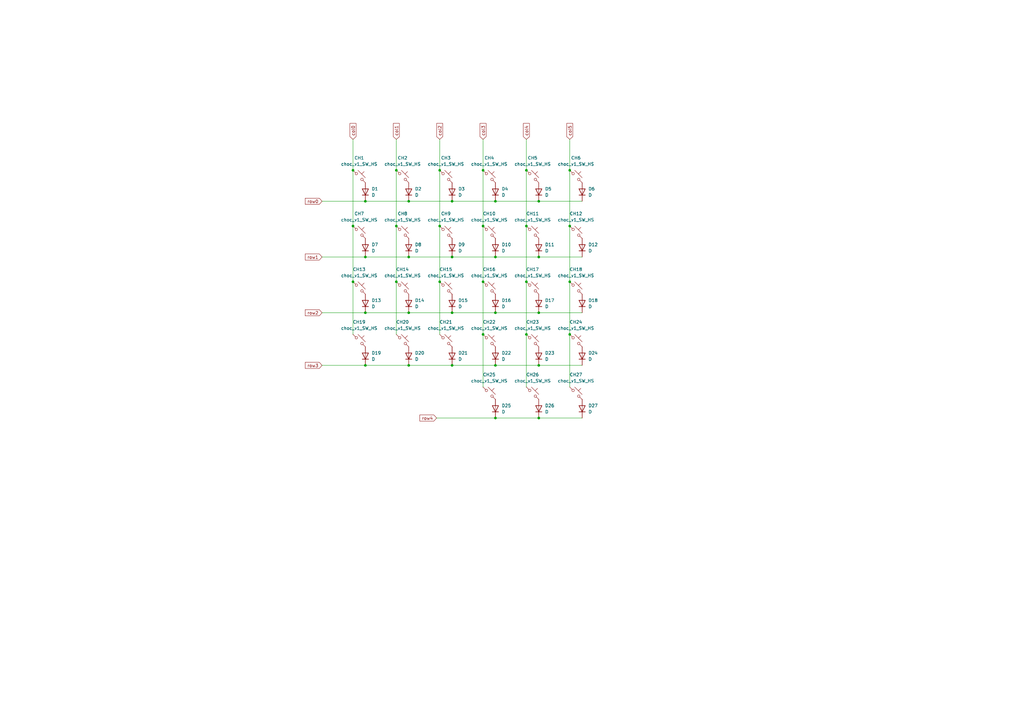
<source format=kicad_sch>
(kicad_sch (version 20250114) (generator "eeschema") (generator_version "9.0")
  (paper "A3")
  (lib_symbols
    (symbol "Device:D" (pin_numbers (hide yes)) (pin_names (offset 1.016) (hide yes))
      (property "Reference" "D" (at 0 2.54 0))
      (property "Value" "D" (at 0 -2.54 0))
      (symbol "D_0_1"
        (polyline (pts (xy -1.27 1.27) (xy -1.27 -1.27)) (stroke (width 0.254)))
        (polyline (pts (xy 1.27 1.27) (xy 1.27 -1.27) (xy -1.27 0) (xy 1.27 1.27)) (stroke (width 0.254)))
        (polyline (pts (xy 1.27 0) (xy -1.27 0)))
      )
      (symbol "D_1_1"
        (pin passive line (at -3.81 0 0) (length 2.54) (name "K") (number "1"))
        (pin passive line (at 3.81 0 180) (length 2.54) (name "A") (number "2"))
      )
    )
    (symbol "PCM_marbastlib-choc:choc_v1_SW_HS_CPG135001S30" (pin_numbers (hide yes)) (pin_names (offset 1.016) (hide yes))
      (property "Reference" "CH" (at 3.048 1.016 0))
      (property "Value" "choc_v1_SW_HS" (at 0 -3.81 0))
      (symbol "choc_v1_SW_HS_CPG135001S30_0_1"
        (polyline (pts (xy -2.54 2.54) (xy -1.524 1.524) (xy -1.524 1.524)))
        (circle (center -1.1684 1.1684) (radius 0.508))
        (polyline (pts (xy -0.508 2.54) (xy 2.54 -0.508)))
        (polyline (pts (xy 1.016 1.016) (xy 2.032 2.032)))
        (circle (center 1.143 -1.1938) (radius 0.508))
        (polyline (pts (xy 1.524 -1.524) (xy 2.54 -2.54) (xy 2.54 -2.54) (xy 2.54 -2.54)))
        (pin passive line (at -2.54 2.54 0) (length 0) (name "1") (number "1"))
        (pin passive line (at 2.54 -2.54 180) (length 0) (name "2") (number "2"))
      )
    )
  )
  (junction (at 162.56 92.71))
  (junction (at 167.64 128.27))
  (junction (at 167.64 82.55))
  (junction (at 203.2 149.86))
  (junction (at 220.98 105.41))
  (junction (at 198.12 69.85))
  (junction (at 162.56 69.85))
  (junction (at 144.78 115.57))
  (junction (at 220.98 82.55))
  (junction (at 233.68 69.85))
  (junction (at 144.78 69.85))
  (junction (at 198.12 137.16))
  (junction (at 144.78 92.71))
  (junction (at 180.34 69.85))
  (junction (at 149.86 128.27))
  (junction (at 203.2 171.45))
  (junction (at 220.98 171.45))
  (junction (at 215.9 115.57))
  (junction (at 149.86 82.55))
  (junction (at 203.2 82.55))
  (junction (at 233.68 92.71))
  (junction (at 167.64 149.86))
  (junction (at 180.34 92.71))
  (junction (at 203.2 105.41))
  (junction (at 198.12 92.71))
  (junction (at 220.98 149.86))
  (junction (at 233.68 137.16))
  (junction (at 167.64 105.41))
  (junction (at 220.98 128.27))
  (junction (at 185.42 149.86))
  (junction (at 215.9 92.71))
  (junction (at 215.9 137.16))
  (junction (at 162.56 115.57))
  (junction (at 185.42 105.41))
  (junction (at 215.9 69.85))
  (junction (at 185.42 82.55))
  (junction (at 203.2 128.27))
  (junction (at 149.86 105.41))
  (junction (at 198.12 115.57))
  (junction (at 185.42 128.27))
  (junction (at 180.34 115.57))
  (junction (at 149.86 149.86))
  (junction (at 233.68 115.57))
  (wire (pts (xy 198.12 92.71) (xy 198.12 115.57)))
  (wire (pts (xy 215.9 137.16) (xy 215.9 158.75)))
  (wire (pts (xy 167.64 149.86) (xy 185.42 149.86)))
  (wire (pts (xy 215.9 115.57) (xy 215.9 137.16)))
  (wire (pts (xy 149.86 105.41) (xy 167.64 105.41)))
  (wire (pts (xy 149.86 149.86) (xy 167.64 149.86)))
  (wire (pts (xy 132.08 105.41) (xy 149.86 105.41)))
  (wire (pts (xy 180.34 69.85) (xy 180.34 92.71)))
  (wire (pts (xy 132.08 128.27) (xy 149.86 128.27)))
  (wire (pts (xy 180.34 92.71) (xy 180.34 115.57)))
  (wire (pts (xy 215.9 92.71) (xy 215.9 115.57)))
  (wire (pts (xy 162.56 92.71) (xy 162.56 115.57)))
  (wire (pts (xy 185.42 82.55) (xy 203.2 82.55)))
  (wire (pts (xy 233.68 92.71) (xy 233.68 115.57)))
  (wire (pts (xy 132.08 82.55) (xy 149.86 82.55)))
  (wire (pts (xy 162.56 115.57) (xy 162.56 137.16)))
  (wire (pts (xy 220.98 149.86) (xy 238.76 149.86)))
  (wire (pts (xy 233.68 115.57) (xy 233.68 137.16)))
  (wire (pts (xy 144.78 92.71) (xy 144.78 115.57)))
  (wire (pts (xy 220.98 171.45) (xy 238.76 171.45)))
  (wire (pts (xy 167.64 82.55) (xy 185.42 82.55)))
  (wire (pts (xy 185.42 105.41) (xy 203.2 105.41)))
  (wire (pts (xy 179.07 171.45) (xy 203.2 171.45)))
  (wire (pts (xy 203.2 82.55) (xy 220.98 82.55)))
  (wire (pts (xy 162.56 69.85) (xy 162.56 92.71)))
  (wire (pts (xy 220.98 105.41) (xy 238.76 105.41)))
  (wire (pts (xy 215.9 57.15) (xy 215.9 69.85)))
  (wire (pts (xy 144.78 57.15) (xy 144.78 69.85)))
  (wire (pts (xy 167.64 105.41) (xy 185.42 105.41)))
  (wire (pts (xy 203.2 171.45) (xy 220.98 171.45)))
  (wire (pts (xy 144.78 69.85) (xy 144.78 92.71)))
  (wire (pts (xy 233.68 69.85) (xy 233.68 92.71)))
  (wire (pts (xy 233.68 137.16) (xy 233.68 158.75)))
  (wire (pts (xy 203.2 149.86) (xy 220.98 149.86)))
  (wire (pts (xy 220.98 82.55) (xy 238.76 82.55)))
  (wire (pts (xy 233.68 57.15) (xy 233.68 69.85)))
  (wire (pts (xy 203.2 105.41) (xy 220.98 105.41)))
  (wire (pts (xy 180.34 115.57) (xy 180.34 137.16)))
  (wire (pts (xy 198.12 137.16) (xy 198.12 158.75)))
  (wire (pts (xy 185.42 149.86) (xy 203.2 149.86)))
  (wire (pts (xy 198.12 57.15) (xy 198.12 69.85)))
  (wire (pts (xy 203.2 128.27) (xy 220.98 128.27)))
  (wire (pts (xy 149.86 128.27) (xy 167.64 128.27)))
  (wire (pts (xy 220.98 128.27) (xy 238.76 128.27)))
  (wire (pts (xy 149.86 82.55) (xy 167.64 82.55)))
  (wire (pts (xy 144.78 115.57) (xy 144.78 137.16)))
  (wire (pts (xy 198.12 69.85) (xy 198.12 92.71)))
  (wire (pts (xy 215.9 69.85) (xy 215.9 92.71)))
  (wire (pts (xy 180.34 57.15) (xy 180.34 69.85)))
  (wire (pts (xy 132.08 149.86) (xy 149.86 149.86)))
  (wire (pts (xy 162.56 57.15) (xy 162.56 69.85)))
  (wire (pts (xy 198.12 115.57) (xy 198.12 137.16)))
  (wire (pts (xy 185.42 128.27) (xy 203.2 128.27)))
  (wire (pts (xy 167.64 128.27) (xy 185.42 128.27)))
  (global_label "col2" (shape input) (at 180.34 57.15 90) (property "Intersheetrefs" "${INTERSHEET_REFS}" (effects (hide yes))))
  (global_label "col1" (shape input) (at 162.56 57.15 90) (property "Intersheetrefs" "${INTERSHEET_REFS}" (effects (hide yes))))
  (global_label "row0" (shape input) (at 132.08 82.55 180) (property "Intersheetrefs" "${INTERSHEET_REFS}" (effects (hide yes))))
  (global_label "row3" (shape input) (at 132.08 149.86 180) (property "Intersheetrefs" "${INTERSHEET_REFS}" (effects (hide yes))))
  (global_label "col4" (shape input) (at 215.9 57.15 90) (property "Intersheetrefs" "${INTERSHEET_REFS}" (effects (hide yes))))
  (global_label "col3" (shape input) (at 198.12 57.15 90) (property "Intersheetrefs" "${INTERSHEET_REFS}" (effects (hide yes))))
  (global_label "row2" (shape input) (at 132.08 128.27 180) (property "Intersheetrefs" "${INTERSHEET_REFS}" (effects (hide yes))))
  (global_label "col0" (shape input) (at 144.78 57.15 90) (property "Intersheetrefs" "${INTERSHEET_REFS}" (effects (hide yes))))
  (global_label "row4" (shape input) (at 179.07 171.45 180) (property "Intersheetrefs" "${INTERSHEET_REFS}" (effects (hide yes))))
  (global_label "row1" (shape input) (at 132.08 105.41 180) (property "Intersheetrefs" "${INTERSHEET_REFS}" (effects (hide yes))))
  (global_label "col5" (shape input) (at 233.68 57.15 90) (property "Intersheetrefs" "${INTERSHEET_REFS}" (effects (hide yes))))
  (symbol (lib_id "Device:D") (at 167.64 124.46 90) (unit 1)
    (property "Reference" "D14" (at 170.18 123.1899 90) (effects (justify right)))
    (property "Value" "D" (at 170.18 125.7299 90) (effects (justify right)))
    (property "Footprint" "Diode_SMD:D_SOD-123" (effects (hide yes)))
    (property "Description" "Diode" (effects (hide yes)))
    (property "Sim.Device" "D" (effects (hide yes)))
    (property "Sim.Pins" "1=K 2=A" (effects (hide yes)))
  )
  (symbol (lib_id "Device:D") (at 238.76 146.05 90) (unit 1)
    (property "Reference" "D24" (at 241.3 144.7799 90) (effects (justify right)))
    (property "Value" "D" (at 241.3 147.3199 90) (effects (justify right)))
    (property "Footprint" "Diode_SMD:D_SOD-123" (effects (hide yes)))
    (property "Description" "Diode" (effects (hide yes)))
    (property "Sim.Device" "D" (effects (hide yes)))
    (property "Sim.Pins" "1=K 2=A" (effects (hide yes)))
  )
  (symbol (lib_id "Device:D") (at 203.2 146.05 90) (unit 1)
    (property "Reference" "D22" (at 205.74 144.7799 90) (effects (justify right)))
    (property "Value" "D" (at 205.74 147.3199 90) (effects (justify right)))
    (property "Footprint" "Diode_SMD:D_SOD-123" (effects (hide yes)))
    (property "Description" "Diode" (effects (hide yes)))
    (property "Sim.Device" "D" (effects (hide yes)))
    (property "Sim.Pins" "1=K 2=A" (effects (hide yes)))
  )
  (symbol (lib_id "PCM_marbastlib-choc:choc_v1_SW_HS_CPG135001S30") (at 236.22 95.25 0) (unit 1)
    (property "Reference" "CH12" (at 236.22 87.63 0))
    (property "Value" "choc_v1_SW_HS" (at 236.22 90.17 0))
    (property "Footprint" "PCM_marbastlib-choc:SW_choc_v1_HS_CPG135001S30_1u" (effects (hide yes)))
    (property "Description" "Push button switch, normally open, two pins, 45° tilted" (effects (hide yes)))
  )
  (symbol (lib_id "Device:D") (at 203.2 124.46 90) (unit 1)
    (property "Reference" "D16" (at 205.74 123.1899 90) (effects (justify right)))
    (property "Value" "D" (at 205.74 125.7299 90) (effects (justify right)))
    (property "Footprint" "Diode_SMD:D_SOD-123" (effects (hide yes)))
    (property "Description" "Diode" (effects (hide yes)))
    (property "Sim.Device" "D" (effects (hide yes)))
    (property "Sim.Pins" "1=K 2=A" (effects (hide yes)))
  )
  (symbol (lib_id "Device:D") (at 167.64 101.6 90) (unit 1)
    (property "Reference" "D8" (at 170.18 100.3299 90) (effects (justify right)))
    (property "Value" "D" (at 170.18 102.8699 90) (effects (justify right)))
    (property "Footprint" "Diode_SMD:D_SOD-123" (effects (hide yes)))
    (property "Description" "Diode" (effects (hide yes)))
    (property "Sim.Device" "D" (effects (hide yes)))
    (property "Sim.Pins" "1=K 2=A" (effects (hide yes)))
  )
  (symbol (lib_id "PCM_marbastlib-choc:choc_v1_SW_HS_CPG135001S30") (at 182.88 118.11 0) (unit 1)
    (property "Reference" "CH15" (at 182.88 110.49 0))
    (property "Value" "choc_v1_SW_HS" (at 182.88 113.03 0))
    (property "Footprint" "PCM_marbastlib-choc:SW_choc_v1_HS_CPG135001S30_1u" (effects (hide yes)))
    (property "Description" "Push button switch, normally open, two pins, 45° tilted" (effects (hide yes)))
  )
  (symbol (lib_id "PCM_marbastlib-choc:choc_v1_SW_HS_CPG135001S30") (at 165.1 95.25 0) (unit 1)
    (property "Reference" "CH8" (at 165.1 87.63 0))
    (property "Value" "choc_v1_SW_HS" (at 165.1 90.17 0))
    (property "Footprint" "PCM_marbastlib-choc:SW_choc_v1_HS_CPG135001S30_1.5u" (effects (hide yes)))
    (property "Description" "Push button switch, normally open, two pins, 45° tilted" (effects (hide yes)))
  )
  (symbol (lib_id "Device:D") (at 238.76 101.6 90) (unit 1)
    (property "Reference" "D12" (at 241.3 100.3299 90) (effects (justify right)))
    (property "Value" "D" (at 241.3 102.8699 90) (effects (justify right)))
    (property "Footprint" "Diode_SMD:D_SOD-123" (effects (hide yes)))
    (property "Description" "Diode" (effects (hide yes)))
    (property "Sim.Device" "D" (effects (hide yes)))
    (property "Sim.Pins" "1=K 2=A" (effects (hide yes)))
  )
  (symbol (lib_id "Device:D") (at 238.76 167.64 90) (unit 1)
    (property "Reference" "D27" (at 241.3 166.3699 90) (effects (justify right)))
    (property "Value" "D" (at 241.3 168.9099 90) (effects (justify right)))
    (property "Footprint" "Diode_SMD:D_SOD-123" (effects (hide yes)))
    (property "Description" "Diode" (effects (hide yes)))
    (property "Sim.Device" "D" (effects (hide yes)))
    (property "Sim.Pins" "1=K 2=A" (effects (hide yes)))
  )
  (symbol (lib_id "PCM_marbastlib-choc:choc_v1_SW_HS_CPG135001S30") (at 236.22 139.7 0) (unit 1)
    (property "Reference" "CH24" (at 236.22 132.08 0))
    (property "Value" "choc_v1_SW_HS" (at 236.22 134.62 0))
    (property "Footprint" "PCM_marbastlib-choc:SW_choc_v1_HS_CPG135001S30_1u" (effects (hide yes)))
    (property "Description" "Push button switch, normally open, two pins, 45° tilted" (effects (hide yes)))
  )
  (symbol (lib_id "PCM_marbastlib-choc:choc_v1_SW_HS_CPG135001S30") (at 200.66 72.39 0) (unit 1)
    (property "Reference" "CH4" (at 200.66 64.77 0))
    (property "Value" "choc_v1_SW_HS" (at 200.66 67.31 0))
    (property "Footprint" "PCM_marbastlib-choc:SW_choc_v1_HS_CPG135001S30_1u" (effects (hide yes)))
    (property "Description" "Push button switch, normally open, two pins, 45° tilted" (effects (hide yes)))
  )
  (symbol (lib_id "Device:D") (at 149.86 124.46 90) (unit 1)
    (property "Reference" "D13" (at 152.4 123.1899 90) (effects (justify right)))
    (property "Value" "D" (at 152.4 125.7299 90) (effects (justify right)))
    (property "Footprint" "Diode_SMD:D_SOD-123" (effects (hide yes)))
    (property "Description" "Diode" (effects (hide yes)))
    (property "Sim.Device" "D" (effects (hide yes)))
    (property "Sim.Pins" "1=K 2=A" (effects (hide yes)))
  )
  (symbol (lib_id "Device:D") (at 203.2 101.6 90) (unit 1)
    (property "Reference" "D10" (at 205.74 100.3299 90) (effects (justify right)))
    (property "Value" "D" (at 205.74 102.8699 90) (effects (justify right)))
    (property "Footprint" "Diode_SMD:D_SOD-123" (effects (hide yes)))
    (property "Description" "Diode" (effects (hide yes)))
    (property "Sim.Device" "D" (effects (hide yes)))
    (property "Sim.Pins" "1=K 2=A" (effects (hide yes)))
  )
  (symbol (lib_id "PCM_marbastlib-choc:choc_v1_SW_HS_CPG135001S30") (at 147.32 118.11 0) (unit 1)
    (property "Reference" "CH13" (at 147.32 110.49 0))
    (property "Value" "choc_v1_SW_HS" (at 147.32 113.03 0))
    (property "Footprint" "PCM_marbastlib-choc:SW_choc_v1_HS_CPG135001S30_1u" (effects (hide yes)))
    (property "Description" "Push button switch, normally open, two pins, 45° tilted" (effects (hide yes)))
  )
  (symbol (lib_id "PCM_marbastlib-choc:choc_v1_SW_HS_CPG135001S30") (at 218.44 139.7 0) (unit 1)
    (property "Reference" "CH23" (at 218.44 132.08 0))
    (property "Value" "choc_v1_SW_HS" (at 218.44 134.62 0))
    (property "Footprint" "PCM_marbastlib-choc:SW_choc_v1_HS_CPG135001S30_1u" (effects (hide yes)))
    (property "Description" "Push button switch, normally open, two pins, 45° tilted" (effects (hide yes)))
  )
  (symbol (lib_id "PCM_marbastlib-choc:choc_v1_SW_HS_CPG135001S30") (at 236.22 118.11 0) (unit 1)
    (property "Reference" "CH18" (at 236.22 110.49 0))
    (property "Value" "choc_v1_SW_HS" (at 236.22 113.03 0))
    (property "Footprint" "PCM_marbastlib-choc:SW_choc_v1_HS_CPG135001S30_1u" (effects (hide yes)))
    (property "Description" "Push button switch, normally open, two pins, 45° tilted" (effects (hide yes)))
  )
  (symbol (lib_id "Device:D") (at 203.2 167.64 90) (unit 1)
    (property "Reference" "D25" (at 205.74 166.3699 90) (effects (justify right)))
    (property "Value" "D" (at 205.74 168.9099 90) (effects (justify right)))
    (property "Footprint" "Diode_SMD:D_SOD-123" (effects (hide yes)))
    (property "Description" "Diode" (effects (hide yes)))
    (property "Sim.Device" "D" (effects (hide yes)))
    (property "Sim.Pins" "1=K 2=A" (effects (hide yes)))
  )
  (symbol (lib_id "PCM_marbastlib-choc:choc_v1_SW_HS_CPG135001S30") (at 165.1 72.39 0) (unit 1)
    (property "Reference" "CH2" (at 165.1 64.77 0))
    (property "Value" "choc_v1_SW_HS" (at 165.1 67.31 0))
    (property "Footprint" "PCM_marbastlib-choc:SW_choc_v1_HS_CPG135001S30_1.5u" (effects (hide yes)))
    (property "Description" "Push button switch, normally open, two pins, 45° tilted" (effects (hide yes)))
  )
  (symbol (lib_id "PCM_marbastlib-choc:choc_v1_SW_HS_CPG135001S30") (at 218.44 161.29 0) (unit 1)
    (property "Reference" "CH26" (at 218.44 153.67 0))
    (property "Value" "choc_v1_SW_HS" (at 218.44 156.21 0))
    (property "Footprint" "PCM_marbastlib-choc:SW_choc_v1_HS_CPG135001S30_1u" (effects (hide yes)))
    (property "Description" "Push button switch, normally open, two pins, 45° tilted" (effects (hide yes)))
  )
  (symbol (lib_id "PCM_marbastlib-choc:choc_v1_SW_HS_CPG135001S30") (at 147.32 72.39 0) (unit 1)
    (property "Reference" "CH1" (at 147.32 64.77 0))
    (property "Value" "choc_v1_SW_HS" (at 147.32 67.31 0))
    (property "Footprint" "PCM_marbastlib-choc:SW_choc_v1_HS_CPG135001S30_1u" (effects (hide yes)))
    (property "Description" "Push button switch, normally open, two pins, 45° tilted" (effects (hide yes)))
  )
  (symbol (lib_id "Device:D") (at 149.86 146.05 90) (unit 1)
    (property "Reference" "D19" (at 152.4 144.7799 90) (effects (justify right)))
    (property "Value" "D" (at 152.4 147.3199 90) (effects (justify right)))
    (property "Footprint" "Diode_SMD:D_SOD-123" (effects (hide yes)))
    (property "Description" "Diode" (effects (hide yes)))
    (property "Sim.Device" "D" (effects (hide yes)))
    (property "Sim.Pins" "1=K 2=A" (effects (hide yes)))
  )
  (symbol (lib_id "Device:D") (at 185.42 101.6 90) (unit 1)
    (property "Reference" "D9" (at 187.96 100.3299 90) (effects (justify right)))
    (property "Value" "D" (at 187.96 102.8699 90) (effects (justify right)))
    (property "Footprint" "Diode_SMD:D_SOD-123" (effects (hide yes)))
    (property "Description" "Diode" (effects (hide yes)))
    (property "Sim.Device" "D" (effects (hide yes)))
    (property "Sim.Pins" "1=K 2=A" (effects (hide yes)))
  )
  (symbol (lib_id "PCM_marbastlib-choc:choc_v1_SW_HS_CPG135001S30") (at 218.44 118.11 0) (unit 1)
    (property "Reference" "CH17" (at 218.44 110.49 0))
    (property "Value" "choc_v1_SW_HS" (at 218.44 113.03 0))
    (property "Footprint" "PCM_marbastlib-choc:SW_choc_v1_HS_CPG135001S30_1u" (effects (hide yes)))
    (property "Description" "Push button switch, normally open, two pins, 45° tilted" (effects (hide yes)))
  )
  (symbol (lib_id "PCM_marbastlib-choc:choc_v1_SW_HS_CPG135001S30") (at 200.66 118.11 0) (unit 1)
    (property "Reference" "CH16" (at 200.66 110.49 0))
    (property "Value" "choc_v1_SW_HS" (at 200.66 113.03 0))
    (property "Footprint" "PCM_marbastlib-choc:SW_choc_v1_HS_CPG135001S30_1u" (effects (hide yes)))
    (property "Description" "Push button switch, normally open, two pins, 45° tilted" (effects (hide yes)))
  )
  (symbol (lib_id "PCM_marbastlib-choc:choc_v1_SW_HS_CPG135001S30") (at 218.44 95.25 0) (unit 1)
    (property "Reference" "CH11" (at 218.44 87.63 0))
    (property "Value" "choc_v1_SW_HS" (at 218.44 90.17 0))
    (property "Footprint" "PCM_marbastlib-choc:SW_choc_v1_HS_CPG135001S30_1u" (effects (hide yes)))
    (property "Description" "Push button switch, normally open, two pins, 45° tilted" (effects (hide yes)))
  )
  (symbol (lib_id "Device:D") (at 167.64 146.05 90) (unit 1)
    (property "Reference" "D20" (at 170.18 144.7799 90) (effects (justify right)))
    (property "Value" "D" (at 170.18 147.3199 90) (effects (justify right)))
    (property "Footprint" "Diode_SMD:D_SOD-123" (effects (hide yes)))
    (property "Description" "Diode" (effects (hide yes)))
    (property "Sim.Device" "D" (effects (hide yes)))
    (property "Sim.Pins" "1=K 2=A" (effects (hide yes)))
  )
  (symbol (lib_id "Device:D") (at 185.42 124.46 90) (unit 1)
    (property "Reference" "D15" (at 187.96 123.1899 90) (effects (justify right)))
    (property "Value" "D" (at 187.96 125.7299 90) (effects (justify right)))
    (property "Footprint" "Diode_SMD:D_SOD-123" (effects (hide yes)))
    (property "Description" "Diode" (effects (hide yes)))
    (property "Sim.Device" "D" (effects (hide yes)))
    (property "Sim.Pins" "1=K 2=A" (effects (hide yes)))
  )
  (symbol (lib_id "Device:D") (at 220.98 146.05 90) (unit 1)
    (property "Reference" "D23" (at 223.52 144.7799 90) (effects (justify right)))
    (property "Value" "D" (at 223.52 147.3199 90) (effects (justify right)))
    (property "Footprint" "Diode_SMD:D_SOD-123" (effects (hide yes)))
    (property "Description" "Diode" (effects (hide yes)))
    (property "Sim.Device" "D" (effects (hide yes)))
    (property "Sim.Pins" "1=K 2=A" (effects (hide yes)))
  )
  (symbol (lib_id "Device:D") (at 149.86 78.74 90) (unit 1)
    (property "Reference" "D1" (at 152.4 77.4699 90) (effects (justify right)))
    (property "Value" "D" (at 152.4 80.0099 90) (effects (justify right)))
    (property "Footprint" "Diode_SMD:D_SOD-123" (effects (hide yes)))
    (property "Description" "Diode" (effects (hide yes)))
    (property "Sim.Device" "D" (effects (hide yes)))
    (property "Sim.Pins" "1=K 2=A" (effects (hide yes)))
  )
  (symbol (lib_id "PCM_marbastlib-choc:choc_v1_SW_HS_CPG135001S30") (at 165.1 139.7 0) (unit 1)
    (property "Reference" "CH20" (at 165.1 132.08 0))
    (property "Value" "choc_v1_SW_HS" (at 165.1 134.62 0))
    (property "Footprint" "PCM_marbastlib-choc:SW_choc_v1_HS_CPG135001S30_1.5u" (effects (hide yes)))
    (property "Description" "Push button switch, normally open, two pins, 45° tilted" (effects (hide yes)))
  )
  (symbol (lib_id "Device:D") (at 238.76 78.74 90) (unit 1)
    (property "Reference" "D6" (at 241.3 77.4699 90) (effects (justify right)))
    (property "Value" "D" (at 241.3 80.0099 90) (effects (justify right)))
    (property "Footprint" "Diode_SMD:D_SOD-123" (effects (hide yes)))
    (property "Description" "Diode" (effects (hide yes)))
    (property "Sim.Device" "D" (effects (hide yes)))
    (property "Sim.Pins" "1=K 2=A" (effects (hide yes)))
  )
  (symbol (lib_id "PCM_marbastlib-choc:choc_v1_SW_HS_CPG135001S30") (at 200.66 139.7 0) (unit 1)
    (property "Reference" "CH22" (at 200.66 132.08 0))
    (property "Value" "choc_v1_SW_HS" (at 200.66 134.62 0))
    (property "Footprint" "PCM_marbastlib-choc:SW_choc_v1_HS_CPG135001S30_1u" (effects (hide yes)))
    (property "Description" "Push button switch, normally open, two pins, 45° tilted" (effects (hide yes)))
  )
  (symbol (lib_id "Device:D") (at 220.98 101.6 90) (unit 1)
    (property "Reference" "D11" (at 223.52 100.3299 90) (effects (justify right)))
    (property "Value" "D" (at 223.52 102.8699 90) (effects (justify right)))
    (property "Footprint" "Diode_SMD:D_SOD-123" (effects (hide yes)))
    (property "Description" "Diode" (effects (hide yes)))
    (property "Sim.Device" "D" (effects (hide yes)))
    (property "Sim.Pins" "1=K 2=A" (effects (hide yes)))
  )
  (symbol (lib_id "Device:D") (at 167.64 78.74 90) (unit 1)
    (property "Reference" "D2" (at 170.18 77.4699 90) (effects (justify right)))
    (property "Value" "D" (at 170.18 80.0099 90) (effects (justify right)))
    (property "Footprint" "Diode_SMD:D_SOD-123" (effects (hide yes)))
    (property "Description" "Diode" (effects (hide yes)))
    (property "Sim.Device" "D" (effects (hide yes)))
    (property "Sim.Pins" "1=K 2=A" (effects (hide yes)))
  )
  (symbol (lib_id "Device:D") (at 220.98 78.74 90) (unit 1)
    (property "Reference" "D5" (at 223.52 77.4699 90) (effects (justify right)))
    (property "Value" "D" (at 223.52 80.0099 90) (effects (justify right)))
    (property "Footprint" "Diode_SMD:D_SOD-123" (effects (hide yes)))
    (property "Description" "Diode" (effects (hide yes)))
    (property "Sim.Device" "D" (effects (hide yes)))
    (property "Sim.Pins" "1=K 2=A" (effects (hide yes)))
  )
  (symbol (lib_id "PCM_marbastlib-choc:choc_v1_SW_HS_CPG135001S30") (at 236.22 161.29 0) (unit 1)
    (property "Reference" "CH27" (at 236.22 153.67 0))
    (property "Value" "choc_v1_SW_HS" (at 236.22 156.21 0))
    (property "Footprint" "PCM_marbastlib-choc:SW_choc_v1_HS_CPG135001S30_1u" (effects (hide yes)))
    (property "Description" "Push button switch, normally open, two pins, 45° tilted" (effects (hide yes)))
  )
  (symbol (lib_id "Device:D") (at 185.42 78.74 90) (unit 1)
    (property "Reference" "D3" (at 187.96 77.4699 90) (effects (justify right)))
    (property "Value" "D" (at 187.96 80.0099 90) (effects (justify right)))
    (property "Footprint" "Diode_SMD:D_SOD-123" (effects (hide yes)))
    (property "Description" "Diode" (effects (hide yes)))
    (property "Sim.Device" "D" (effects (hide yes)))
    (property "Sim.Pins" "1=K 2=A" (effects (hide yes)))
  )
  (symbol (lib_id "PCM_marbastlib-choc:choc_v1_SW_HS_CPG135001S30") (at 236.22 72.39 0) (unit 1)
    (property "Reference" "CH6" (at 236.22 64.77 0))
    (property "Value" "choc_v1_SW_HS" (at 236.22 67.31 0))
    (property "Footprint" "PCM_marbastlib-choc:SW_choc_v1_HS_CPG135001S30_1u" (effects (hide yes)))
    (property "Description" "Push button switch, normally open, two pins, 45° tilted" (effects (hide yes)))
  )
  (symbol (lib_id "PCM_marbastlib-choc:choc_v1_SW_HS_CPG135001S30") (at 165.1 118.11 0) (unit 1)
    (property "Reference" "CH14" (at 165.1 110.49 0))
    (property "Value" "choc_v1_SW_HS" (at 165.1 113.03 0))
    (property "Footprint" "PCM_marbastlib-choc:SW_choc_v1_HS_CPG135001S30_1.5u" (effects (hide yes)))
    (property "Description" "Push button switch, normally open, two pins, 45° tilted" (effects (hide yes)))
  )
  (symbol (lib_id "PCM_marbastlib-choc:choc_v1_SW_HS_CPG135001S30") (at 182.88 72.39 0) (unit 1)
    (property "Reference" "CH3" (at 182.88 64.77 0))
    (property "Value" "choc_v1_SW_HS" (at 182.88 67.31 0))
    (property "Footprint" "PCM_marbastlib-choc:SW_choc_v1_HS_CPG135001S30_1u" (effects (hide yes)))
    (property "Description" "Push button switch, normally open, two pins, 45° tilted" (effects (hide yes)))
  )
  (symbol (lib_id "Device:D") (at 203.2 78.74 90) (unit 1)
    (property "Reference" "D4" (at 205.74 77.4699 90) (effects (justify right)))
    (property "Value" "D" (at 205.74 80.0099 90) (effects (justify right)))
    (property "Footprint" "Diode_SMD:D_SOD-123" (effects (hide yes)))
    (property "Description" "Diode" (effects (hide yes)))
    (property "Sim.Device" "D" (effects (hide yes)))
    (property "Sim.Pins" "1=K 2=A" (effects (hide yes)))
  )
  (symbol (lib_id "PCM_marbastlib-choc:choc_v1_SW_HS_CPG135001S30") (at 147.32 139.7 0) (unit 1)
    (property "Reference" "CH19" (at 147.32 132.08 0))
    (property "Value" "choc_v1_SW_HS" (at 147.32 134.62 0))
    (property "Footprint" "PCM_marbastlib-choc:SW_choc_v1_HS_CPG135001S30_1u" (effects (hide yes)))
    (property "Description" "Push button switch, normally open, two pins, 45° tilted" (effects (hide yes)))
  )
  (symbol (lib_id "PCM_marbastlib-choc:choc_v1_SW_HS_CPG135001S30") (at 218.44 72.39 0) (unit 1)
    (property "Reference" "CH5" (at 218.44 64.77 0))
    (property "Value" "choc_v1_SW_HS" (at 218.44 67.31 0))
    (property "Footprint" "PCM_marbastlib-choc:SW_choc_v1_HS_CPG135001S30_1u" (effects (hide yes)))
    (property "Description" "Push button switch, normally open, two pins, 45° tilted" (effects (hide yes)))
  )
  (symbol (lib_id "Device:D") (at 220.98 124.46 90) (unit 1)
    (property "Reference" "D17" (at 223.52 123.1899 90) (effects (justify right)))
    (property "Value" "D" (at 223.52 125.7299 90) (effects (justify right)))
    (property "Footprint" "Diode_SMD:D_SOD-123" (effects (hide yes)))
    (property "Description" "Diode" (effects (hide yes)))
    (property "Sim.Device" "D" (effects (hide yes)))
    (property "Sim.Pins" "1=K 2=A" (effects (hide yes)))
  )
  (symbol (lib_id "PCM_marbastlib-choc:choc_v1_SW_HS_CPG135001S30") (at 182.88 139.7 0) (unit 1)
    (property "Reference" "CH21" (at 182.88 132.08 0))
    (property "Value" "choc_v1_SW_HS" (at 182.88 134.62 0))
    (property "Footprint" "PCM_marbastlib-choc:SW_choc_v1_HS_CPG135001S30_1u" (effects (hide yes)))
    (property "Description" "Push button switch, normally open, two pins, 45° tilted" (effects (hide yes)))
  )
  (symbol (lib_id "PCM_marbastlib-choc:choc_v1_SW_HS_CPG135001S30") (at 200.66 161.29 0) (unit 1)
    (property "Reference" "CH25" (at 200.66 153.67 0))
    (property "Value" "choc_v1_SW_HS" (at 200.66 156.21 0))
    (property "Footprint" "PCM_marbastlib-choc:SW_choc_v1_HS_CPG135001S30_1u" (effects (hide yes)))
    (property "Description" "Push button switch, normally open, two pins, 45° tilted" (effects (hide yes)))
  )
  (symbol (lib_id "PCM_marbastlib-choc:choc_v1_SW_HS_CPG135001S30") (at 147.32 95.25 0) (unit 1)
    (property "Reference" "CH7" (at 147.32 87.63 0))
    (property "Value" "choc_v1_SW_HS" (at 147.32 90.17 0))
    (property "Footprint" "PCM_marbastlib-choc:SW_choc_v1_HS_CPG135001S30_1u" (effects (hide yes)))
    (property "Description" "Push button switch, normally open, two pins, 45° tilted" (effects (hide yes)))
  )
  (symbol (lib_id "PCM_marbastlib-choc:choc_v1_SW_HS_CPG135001S30") (at 200.66 95.25 0) (unit 1)
    (property "Reference" "CH10" (at 200.66 87.63 0))
    (property "Value" "choc_v1_SW_HS" (at 200.66 90.17 0))
    (property "Footprint" "PCM_marbastlib-choc:SW_choc_v1_HS_CPG135001S30_1u" (effects (hide yes)))
    (property "Description" "Push button switch, normally open, two pins, 45° tilted" (effects (hide yes)))
  )
  (symbol (lib_id "Device:D") (at 185.42 146.05 90) (unit 1)
    (property "Reference" "D21" (at 187.96 144.7799 90) (effects (justify right)))
    (property "Value" "D" (at 187.96 147.3199 90) (effects (justify right)))
    (property "Footprint" "Diode_SMD:D_SOD-123" (effects (hide yes)))
    (property "Description" "Diode" (effects (hide yes)))
    (property "Sim.Device" "D" (effects (hide yes)))
    (property "Sim.Pins" "1=K 2=A" (effects (hide yes)))
  )
  (symbol (lib_id "PCM_marbastlib-choc:choc_v1_SW_HS_CPG135001S30") (at 182.88 95.25 0) (unit 1)
    (property "Reference" "CH9" (at 182.88 87.63 0))
    (property "Value" "choc_v1_SW_HS" (at 182.88 90.17 0))
    (property "Footprint" "PCM_marbastlib-choc:SW_choc_v1_HS_CPG135001S30_1u" (effects (hide yes)))
    (property "Description" "Push button switch, normally open, two pins, 45° tilted" (effects (hide yes)))
  )
  (symbol (lib_id "Device:D") (at 149.86 101.6 90) (unit 1)
    (property "Reference" "D7" (at 152.4 100.3299 90) (effects (justify right)))
    (property "Value" "D" (at 152.4 102.8699 90) (effects (justify right)))
    (property "Footprint" "Diode_SMD:D_SOD-123" (effects (hide yes)))
    (property "Description" "Diode" (effects (hide yes)))
    (property "Sim.Device" "D" (effects (hide yes)))
    (property "Sim.Pins" "1=K 2=A" (effects (hide yes)))
  )
  (symbol (lib_id "Device:D") (at 238.76 124.46 90) (unit 1)
    (property "Reference" "D18" (at 241.3 123.1899 90) (effects (justify right)))
    (property "Value" "D" (at 241.3 125.7299 90) (effects (justify right)))
    (property "Footprint" "Diode_SMD:D_SOD-123" (effects (hide yes)))
    (property "Description" "Diode" (effects (hide yes)))
    (property "Sim.Device" "D" (effects (hide yes)))
    (property "Sim.Pins" "1=K 2=A" (effects (hide yes)))
  )
  (symbol (lib_id "Device:D") (at 220.98 167.64 90) (unit 1)
    (property "Reference" "D26" (at 223.52 166.3699 90) (effects (justify right)))
    (property "Value" "D" (at 223.52 168.9099 90) (effects (justify right)))
    (property "Footprint" "Diode_SMD:D_SOD-123" (effects (hide yes)))
    (property "Description" "Diode" (effects (hide yes)))
    (property "Sim.Device" "D" (effects (hide yes)))
    (property "Sim.Pins" "1=K 2=A" (effects (hide yes)))
  )
)
</source>
